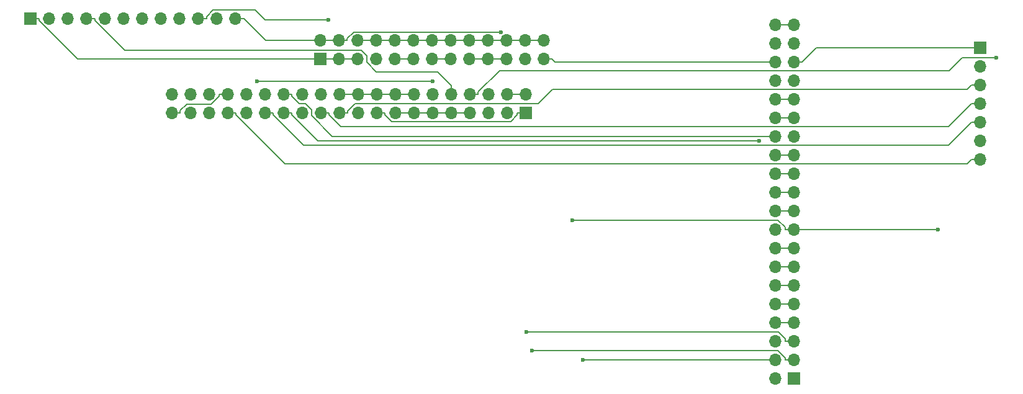
<source format=gbr>
%TF.GenerationSoftware,KiCad,Pcbnew,9.0.0*%
%TF.CreationDate,2025-04-14T10:18:26-04:00*%
%TF.ProjectId,centerPCB,63656e74-6572-4504-9342-2e6b69636164,rev?*%
%TF.SameCoordinates,Original*%
%TF.FileFunction,Copper,L1,Top*%
%TF.FilePolarity,Positive*%
%FSLAX46Y46*%
G04 Gerber Fmt 4.6, Leading zero omitted, Abs format (unit mm)*
G04 Created by KiCad (PCBNEW 9.0.0) date 2025-04-14 10:18:26*
%MOMM*%
%LPD*%
G01*
G04 APERTURE LIST*
%TA.AperFunction,ComponentPad*%
%ADD10R,1.700000X1.700000*%
%TD*%
%TA.AperFunction,ComponentPad*%
%ADD11O,1.700000X1.700000*%
%TD*%
%TA.AperFunction,ViaPad*%
%ADD12C,0.600000*%
%TD*%
%TA.AperFunction,Conductor*%
%ADD13C,0.200000*%
%TD*%
G04 APERTURE END LIST*
D10*
%TO.P,U2,1,3V3*%
%TO.N,GND*%
X118000000Y-62740000D03*
D11*
%TO.P,U2,2,5V*%
%TO.N,/5v*%
X118000000Y-60200000D03*
%TO.P,U2,3,NC*%
%TO.N,GND*%
X120540000Y-62740000D03*
%TO.P,U2,4,5V*%
%TO.N,/5v*%
X120540000Y-60200000D03*
%TO.P,U2,5,NC*%
%TO.N,GND*%
X123080000Y-62740000D03*
%TO.P,U2,6,GND*%
X123080000Y-60200000D03*
%TO.P,U2,7,NC*%
X125620000Y-62740000D03*
%TO.P,U2,8,NC*%
X125620000Y-60200000D03*
%TO.P,U2,9,GND*%
X128160000Y-62740000D03*
%TO.P,U2,10,NC*%
X128160000Y-60200000D03*
%TO.P,U2,11,NC*%
X130700000Y-62740000D03*
%TO.P,U2,12,NC*%
X130700000Y-60200000D03*
%TO.P,U2,13,NC*%
X133240000Y-62740000D03*
%TO.P,U2,14,GND*%
X133240000Y-60200000D03*
%TO.P,U2,15,NC*%
X135780000Y-62740000D03*
%TO.P,U2,16,NC*%
X135780000Y-60200000D03*
%TO.P,U2,17,3V3*%
X138320000Y-62740000D03*
%TO.P,U2,18,NC*%
X138320000Y-60200000D03*
%TO.P,U2,19,TP_SI*%
X140860000Y-62740000D03*
%TO.P,U2,20,GND*%
X140860000Y-60200000D03*
%TO.P,U2,21,TP_SO*%
X143400000Y-62740000D03*
%TO.P,U2,22,IP_IRQ*%
X143400000Y-60200000D03*
%TO.P,U2,23,TP_SCK*%
X145940000Y-62740000D03*
%TO.P,U2,24,NC*%
X145940000Y-60200000D03*
%TO.P,U2,25,GND*%
X148480000Y-62740000D03*
%TO.P,U2,26,TP_CS*%
X148480000Y-60200000D03*
%TD*%
D10*
%TO.P,U3,1,3V3*%
%TO.N,/3v3*%
X182600000Y-106300000D03*
D11*
%TO.P,U3,2,5V*%
%TO.N,/5v*%
X180060000Y-106300000D03*
%TO.P,U3,3,I2C_SDA_to_MCU*%
%TO.N,/MCU SDA*%
X182600000Y-103760000D03*
%TO.P,U3,4,5V*%
%TO.N,/5v*%
X180060000Y-103760000D03*
%TO.P,U3,5,I2C_SCL_to_MCU*%
%TO.N,/MCU SCL*%
X182600000Y-101220000D03*
%TO.P,U3,6,GND*%
%TO.N,GND*%
X180060000Y-101220000D03*
%TO.P,U3,7,NC*%
X182600000Y-98680000D03*
%TO.P,U3,8,NC*%
X180060000Y-98680000D03*
%TO.P,U3,9,GND*%
X182600000Y-96140000D03*
%TO.P,U3,10,NC*%
X180060000Y-96140000D03*
%TO.P,U3,11,NC*%
X182600000Y-93600000D03*
%TO.P,U3,12,NC*%
X180060000Y-93600000D03*
%TO.P,U3,13,NC*%
X182600000Y-91060000D03*
%TO.P,U3,14,GND*%
X180060000Y-91060000D03*
%TO.P,U3,15,NC*%
X182600000Y-88520000D03*
%TO.P,U3,16,NC*%
X180060000Y-88520000D03*
%TO.P,U3,17,3V3*%
%TO.N,/3v3*%
X182600000Y-85980000D03*
%TO.P,U3,18,NC*%
%TO.N,GND*%
X180060000Y-85980000D03*
%TO.P,U3,19,NC*%
X182600000Y-83440000D03*
%TO.P,U3,20,GND*%
X180060000Y-83440000D03*
%TO.P,U3,21,NC*%
X182600000Y-80900000D03*
%TO.P,U3,22,NC*%
X180060000Y-80900000D03*
%TO.P,U3,23,NC*%
X182600000Y-78360000D03*
%TO.P,U3,24,NC*%
X180060000Y-78360000D03*
%TO.P,U3,25,GND*%
X182600000Y-75820000D03*
%TO.P,U3,26,NC*%
X180060000Y-75820000D03*
%TO.P,U3,27,I2C_SDA_to_EEPROM*%
%TO.N,/EEPROM SDA*%
X182600000Y-73280000D03*
%TO.P,U3,28,I2C_SDL_to_EEPROM*%
%TO.N,/EEPROM SDL*%
X180060000Y-73280000D03*
%TO.P,U3,29,NC*%
%TO.N,GND*%
X182600000Y-70740000D03*
%TO.P,U3,30,GND*%
X180060000Y-70740000D03*
%TO.P,U3,31,NC*%
X182600000Y-68200000D03*
%TO.P,U3,32,NC*%
X180060000Y-68200000D03*
%TO.P,U3,33,NC*%
X182600000Y-65660000D03*
%TO.P,U3,34,GND*%
X180060000Y-65660000D03*
%TO.P,U3,35,NC*%
X182600000Y-63120000D03*
%TO.P,U3,36,NC*%
X180060000Y-63120000D03*
%TO.P,U3,37,NC*%
X182600000Y-60580000D03*
%TO.P,U3,38,NC*%
X180060000Y-60580000D03*
%TO.P,U3,39,GND*%
X182600000Y-58040000D03*
%TO.P,U3,40,NC*%
X180060000Y-58040000D03*
%TD*%
D10*
%TO.P,J2,1,Pin_1*%
%TO.N,GND*%
X78525000Y-57200000D03*
D11*
%TO.P,J2,2,Pin_2*%
%TO.N,/Volume_B*%
X81065000Y-57200000D03*
%TO.P,J2,3,Pin_3*%
%TO.N,/LR_Clk*%
X83605000Y-57200000D03*
%TO.P,J2,4,Pin_4*%
%TO.N,/Volume_A*%
X86145000Y-57200000D03*
%TO.P,J2,5,Pin_5*%
%TO.N,/D_In*%
X88685000Y-57200000D03*
%TO.P,J2,6,Pin_6*%
%TO.N,/Up*%
X91225000Y-57200000D03*
%TO.P,J2,7,Pin_7*%
%TO.N,/Left*%
X93765000Y-57200000D03*
%TO.P,J2,8,Pin_8*%
%TO.N,/Right*%
X96305000Y-57200000D03*
%TO.P,J2,9,Pin_9*%
%TO.N,/Down*%
X98845000Y-57200000D03*
%TO.P,J2,10,Pin_10*%
%TO.N,/Power_LED*%
X101385000Y-57200000D03*
%TO.P,J2,11,Pin_11*%
%TO.N,/Clk*%
X103925000Y-57200000D03*
%TO.P,J2,12,Pin_12*%
%TO.N,/5v*%
X106465000Y-57200000D03*
%TD*%
D10*
%TO.P,J1,1,Pin_1*%
%TO.N,GND*%
X208000000Y-61160000D03*
D11*
%TO.P,J1,2,Pin_2*%
%TO.N,/3v3*%
X208000000Y-63700000D03*
%TO.P,J1,3,Pin_3*%
%TO.N,/Start*%
X208000000Y-66240000D03*
%TO.P,J1,4,Pin_4*%
%TO.N,/2*%
X208000000Y-68780000D03*
%TO.P,J1,5,Pin_5*%
%TO.N,/1*%
X208000000Y-71320000D03*
%TO.P,J1,6,Pin_6*%
%TO.N,/Brightness_B*%
X208000000Y-73860000D03*
%TO.P,J1,7,Pin_7*%
%TO.N,/Brightness_A*%
X208000000Y-76400000D03*
%TD*%
D10*
%TO.P,U1,1,3V3*%
%TO.N,/3v3*%
X146054100Y-70054000D03*
D11*
%TO.P,U1,2,5V*%
%TO.N,/5v*%
X146054100Y-67514000D03*
%TO.P,U1,3,GPIO2*%
%TO.N,/MCU SDA*%
X143514100Y-70054000D03*
%TO.P,U1,4,5V*%
%TO.N,/5v*%
X143514100Y-67514000D03*
%TO.P,U1,5,GPIO3*%
%TO.N,/MCU SCL*%
X140974100Y-70054000D03*
%TO.P,U1,6,GND*%
%TO.N,GND*%
X140974100Y-67514000D03*
%TO.P,U1,7,GPIO4*%
X138434100Y-70054000D03*
%TO.P,U1,8,GPIO14*%
%TO.N,/Brightness_B*%
X138434100Y-67514000D03*
%TO.P,U1,9,GND*%
%TO.N,GND*%
X135894100Y-70054000D03*
%TO.P,U1,10,GPIO15*%
%TO.N,/Volume_A*%
X135894100Y-67514000D03*
%TO.P,U1,11,GPIO17*%
%TO.N,GND*%
X133354100Y-70054000D03*
%TO.P,U1,12,GPIO18*%
%TO.N,/Clk*%
X133354100Y-67514000D03*
%TO.P,U1,13,GPIO27*%
%TO.N,GND*%
X130814100Y-70054000D03*
%TO.P,U1,14,GND*%
X130814100Y-67514000D03*
%TO.P,U1,15,GPIO22*%
X128274100Y-70054000D03*
%TO.P,U1,16,GPIO23*%
X128274100Y-67514000D03*
%TO.P,U1,17,3V3*%
%TO.N,/3v3*%
X125734100Y-70054000D03*
%TO.P,U1,18,GPIO24*%
%TO.N,GND*%
X125734100Y-67514000D03*
%TO.P,U1,19,GPIO10*%
X123194100Y-70054000D03*
%TO.P,U1,20,GND*%
X123194100Y-67514000D03*
%TO.P,U1,21,GPIO9*%
%TO.N,/Start*%
X120654100Y-70054000D03*
%TO.P,U1,22,GPIO25*%
%TO.N,GND*%
X120654100Y-67514000D03*
%TO.P,U1,23,GPIO11*%
%TO.N,/2*%
X118114100Y-70054000D03*
%TO.P,U1,24,GPIO8*%
%TO.N,/Power_LED*%
X118114100Y-67514000D03*
%TO.P,U1,25,GND*%
%TO.N,GND*%
X115574100Y-70054000D03*
%TO.P,U1,26,GPIO7*%
%TO.N,/Down*%
X115574100Y-67514000D03*
%TO.P,U1,27,ID_SD*%
%TO.N,/EEPROM SDA*%
X113034100Y-70054000D03*
%TO.P,U1,28,ID_SC*%
%TO.N,/EEPROM SDL*%
X113034100Y-67514000D03*
%TO.P,U1,29,GPIO5*%
%TO.N,/1*%
X110494100Y-70054000D03*
%TO.P,U1,30,GND*%
%TO.N,GND*%
X110494100Y-67514000D03*
%TO.P,U1,31,GPIO6*%
X107954100Y-70054000D03*
%TO.P,U1,32,GPIO12*%
%TO.N,/Right*%
X107954100Y-67514000D03*
%TO.P,U1,33,GPIO13*%
%TO.N,/Brightness_A*%
X105414100Y-70054000D03*
%TO.P,U1,34,GND*%
%TO.N,GND*%
X105414100Y-67514000D03*
%TO.P,U1,35,GPIO19*%
%TO.N,/LR_Clk*%
X102874100Y-70054000D03*
%TO.P,U1,36,GPIO16*%
%TO.N,/Left*%
X102874100Y-67514000D03*
%TO.P,U1,37,GPIO26*%
%TO.N,/Volume_B*%
X100334100Y-70054000D03*
%TO.P,U1,38,GPIO20*%
%TO.N,/Up*%
X100334100Y-67514000D03*
%TO.P,U1,39,GND*%
%TO.N,GND*%
X97794100Y-70054000D03*
%TO.P,U1,40,GPIO21*%
%TO.N,/D_In*%
X97794100Y-67514000D03*
%TD*%
D12*
%TO.N,/3v3*%
X202316900Y-85980000D03*
X152451000Y-84710000D03*
%TO.N,/Power_LED*%
X119156400Y-57377900D03*
%TO.N,/5v*%
X142637400Y-59040800D03*
X153862200Y-103760000D03*
%TO.N,/EEPROM SDA*%
X177877000Y-73857500D03*
%TO.N,/MCU SDA*%
X146887100Y-102490000D03*
%TO.N,/MCU SCL*%
X146175900Y-99968700D03*
%TO.N,/Clk*%
X109405300Y-65718700D03*
X133354100Y-65718700D03*
%TO.N,/Brightness_B*%
X210270800Y-62541700D03*
%TD*%
D13*
%TO.N,/1*%
X111645800Y-70054000D02*
X111645800Y-70341900D01*
X115763100Y-74459200D02*
X203709100Y-74459200D01*
X110494100Y-70054000D02*
X111645800Y-70054000D01*
X203709100Y-74459200D02*
X206848300Y-71320000D01*
X208000000Y-71320000D02*
X206848300Y-71320000D01*
X111645800Y-70341900D02*
X115763100Y-74459200D01*
%TO.N,/2*%
X206848300Y-68780000D02*
X203719600Y-71908700D01*
X203719600Y-71908700D02*
X120852000Y-71908700D01*
X120852000Y-71908700D02*
X119265800Y-70322500D01*
X208000000Y-68780000D02*
X206848300Y-68780000D01*
X118114100Y-70054000D02*
X119265800Y-70054000D01*
X119265800Y-70322500D02*
X119265800Y-70054000D01*
%TO.N,GND*%
X104262400Y-67782500D02*
X104262400Y-67514000D01*
X180060000Y-75820000D02*
X182600000Y-75820000D01*
X180060000Y-98680000D02*
X182600000Y-98680000D01*
X148480000Y-62740000D02*
X149631700Y-62740000D01*
X180060000Y-83440000D02*
X182600000Y-83440000D01*
X143400000Y-60200000D02*
X140860000Y-60200000D01*
X130814100Y-70054000D02*
X133354100Y-70054000D01*
X98945800Y-70054000D02*
X98945800Y-69766000D01*
X120540000Y-62740000D02*
X118000000Y-62740000D01*
X150011700Y-63120000D02*
X149631700Y-62740000D01*
X120654100Y-67514000D02*
X123194100Y-67514000D01*
X128160000Y-60200000D02*
X125620000Y-60200000D01*
X79676700Y-57487900D02*
X84928800Y-62740000D01*
X180060000Y-63120000D02*
X150011700Y-63120000D01*
X103142600Y-68902300D02*
X104262400Y-67782500D01*
X182600000Y-63120000D02*
X183751700Y-63120000D01*
X148480000Y-60200000D02*
X145940000Y-60200000D01*
X180060000Y-91060000D02*
X182600000Y-91060000D01*
X180060000Y-80900000D02*
X182600000Y-80900000D01*
X98945800Y-69766000D02*
X99809500Y-68902300D01*
X125734100Y-67514000D02*
X128274100Y-67514000D01*
X180060000Y-96140000D02*
X182600000Y-96140000D01*
X135780000Y-62740000D02*
X133240000Y-62740000D01*
X84928800Y-62740000D02*
X118000000Y-62740000D01*
X138320000Y-60200000D02*
X135780000Y-60200000D01*
X128274100Y-67514000D02*
X130814100Y-67514000D01*
X185711700Y-61160000D02*
X183751700Y-63120000D01*
X133240000Y-60200000D02*
X130700000Y-60200000D01*
X78525000Y-57200000D02*
X79676700Y-57200000D01*
X97794100Y-70054000D02*
X98945800Y-70054000D01*
X123080000Y-62740000D02*
X120540000Y-62740000D01*
X180060000Y-58040000D02*
X182600000Y-58040000D01*
X125620000Y-60200000D02*
X123080000Y-60200000D01*
X135894100Y-70054000D02*
X138434100Y-70054000D01*
X105414100Y-67514000D02*
X104262400Y-67514000D01*
X180060000Y-78360000D02*
X182600000Y-78360000D01*
X130700000Y-60200000D02*
X128160000Y-60200000D01*
X143400000Y-62740000D02*
X140860000Y-62740000D01*
X180060000Y-88520000D02*
X182600000Y-88520000D01*
X133240000Y-60200000D02*
X135780000Y-60200000D01*
X138320000Y-62740000D02*
X140860000Y-62740000D01*
X180060000Y-70740000D02*
X182600000Y-70740000D01*
X208000000Y-61160000D02*
X185711700Y-61160000D01*
X180060000Y-68200000D02*
X182600000Y-68200000D01*
X180060000Y-93600000D02*
X182600000Y-93600000D01*
X79676700Y-57200000D02*
X79676700Y-57487900D01*
X133354100Y-70054000D02*
X135894100Y-70054000D01*
X130700000Y-62740000D02*
X128160000Y-62740000D01*
X99809500Y-68902300D02*
X103142600Y-68902300D01*
X123194100Y-67514000D02*
X125734100Y-67514000D01*
X140860000Y-60200000D02*
X138320000Y-60200000D01*
X145940000Y-60200000D02*
X143400000Y-60200000D01*
X128274100Y-70054000D02*
X130814100Y-70054000D01*
%TO.N,/3v3*%
X182600000Y-85980000D02*
X181448300Y-85980000D01*
X127776700Y-71246500D02*
X143998300Y-71246500D01*
X181448300Y-85980000D02*
X181448300Y-85692100D01*
X125734100Y-70054000D02*
X126885800Y-70054000D01*
X126885800Y-70355600D02*
X127776700Y-71246500D01*
X180466200Y-84710000D02*
X152451000Y-84710000D01*
X202316900Y-85980000D02*
X182600000Y-85980000D01*
X143998300Y-71246500D02*
X144902400Y-70342400D01*
X126885800Y-70054000D02*
X126885800Y-70355600D01*
X181448300Y-85692100D02*
X180466200Y-84710000D01*
X144902400Y-70342400D02*
X144902400Y-70054000D01*
X146054100Y-70054000D02*
X144902400Y-70054000D01*
%TO.N,/Power_LED*%
X103414300Y-56034500D02*
X109124300Y-56034500D01*
X109124300Y-56034500D02*
X110467700Y-57377900D01*
X110467700Y-57377900D02*
X119156400Y-57377900D01*
X101385000Y-57200000D02*
X102536700Y-57200000D01*
X102536700Y-56912100D02*
X103414300Y-56034500D01*
X102536700Y-57200000D02*
X102536700Y-56912100D01*
%TO.N,/5v*%
X110616700Y-60200000D02*
X107616700Y-57200000D01*
X180060000Y-103760000D02*
X153862200Y-103760000D01*
X122582400Y-59040800D02*
X142637400Y-59040800D01*
X121691700Y-60200000D02*
X121691700Y-59931500D01*
X143514100Y-67514000D02*
X146054100Y-67514000D01*
X121691700Y-59931500D02*
X122582400Y-59040800D01*
X120540000Y-60200000D02*
X118000000Y-60200000D01*
X118000000Y-60200000D02*
X110616700Y-60200000D01*
X120540000Y-60200000D02*
X121691700Y-60200000D01*
X106465000Y-57200000D02*
X107616700Y-57200000D01*
%TO.N,/Start*%
X120654100Y-70054000D02*
X121805800Y-70054000D01*
X147754000Y-68784000D02*
X122807300Y-68784000D01*
X206229100Y-66859200D02*
X149678800Y-66859200D01*
X121805800Y-69785500D02*
X121805800Y-70054000D01*
X122807300Y-68784000D02*
X121805800Y-69785500D01*
X206848300Y-66240000D02*
X206229100Y-66859200D01*
X208000000Y-66240000D02*
X206848300Y-66240000D01*
X149678800Y-66859200D02*
X147754000Y-68784000D01*
%TO.N,/EEPROM SDA*%
X114185800Y-70341900D02*
X117701400Y-73857500D01*
X113034100Y-70054000D02*
X114185800Y-70054000D01*
X114185800Y-70054000D02*
X114185800Y-70341900D01*
X117701400Y-73857500D02*
X177877000Y-73857500D01*
%TO.N,/MCU SDA*%
X182600000Y-103760000D02*
X181448300Y-103760000D01*
X181448300Y-103760000D02*
X181448300Y-103491500D01*
X181448300Y-103491500D02*
X180446800Y-102490000D01*
X180446800Y-102490000D02*
X146887100Y-102490000D01*
%TO.N,/EEPROM SDL*%
X115187300Y-68784000D02*
X114185800Y-67782500D01*
X180060000Y-73280000D02*
X178908300Y-73280000D01*
X178884100Y-73255800D02*
X119682900Y-73255800D01*
X113034100Y-67514000D02*
X114185800Y-67514000D01*
X115992400Y-68784000D02*
X115187300Y-68784000D01*
X116844100Y-70417000D02*
X116844100Y-69635700D01*
X116844100Y-69635700D02*
X115992400Y-68784000D01*
X119682900Y-73255800D02*
X116844100Y-70417000D01*
X178908300Y-73280000D02*
X178884100Y-73255800D01*
X114185800Y-67782500D02*
X114185800Y-67514000D01*
%TO.N,/MCU SCL*%
X181448300Y-101220000D02*
X181448300Y-100932100D01*
X182600000Y-101220000D02*
X181448300Y-101220000D01*
X180484900Y-99968700D02*
X146175900Y-99968700D01*
X181448300Y-100932100D02*
X180484900Y-99968700D01*
%TO.N,/Clk*%
X109405300Y-65718700D02*
X133354100Y-65718700D01*
%TO.N,/Brightness_A*%
X106565800Y-70341900D02*
X113227600Y-77003700D01*
X113227600Y-77003700D02*
X206244600Y-77003700D01*
X105414100Y-70054000D02*
X106565800Y-70054000D01*
X106565800Y-70054000D02*
X106565800Y-70341900D01*
X206244600Y-77003700D02*
X206848300Y-76400000D01*
X208000000Y-76400000D02*
X206848300Y-76400000D01*
%TO.N,/Brightness_B*%
X142518600Y-64293300D02*
X203806300Y-64293300D01*
X139585800Y-67226100D02*
X142518600Y-64293300D01*
X205557900Y-62541700D02*
X210270800Y-62541700D01*
X203806300Y-64293300D02*
X205557900Y-62541700D01*
X138434100Y-67514000D02*
X139585800Y-67514000D01*
X139585800Y-67514000D02*
X139585800Y-67226100D01*
%TO.N,/Volume_A*%
X86145000Y-57200000D02*
X87296700Y-57200000D01*
X135894100Y-67514000D02*
X135894100Y-66362300D01*
X134004100Y-64472300D02*
X125688200Y-64472300D01*
X124350000Y-62298300D02*
X123592500Y-61540800D01*
X87296700Y-57468500D02*
X87296700Y-57200000D01*
X124350000Y-63134100D02*
X124350000Y-62298300D01*
X125688200Y-64472300D02*
X124350000Y-63134100D01*
X123592500Y-61540800D02*
X91369000Y-61540800D01*
X135894100Y-66362300D02*
X134004100Y-64472300D01*
X91369000Y-61540800D02*
X87296700Y-57468500D01*
%TD*%
M02*

</source>
